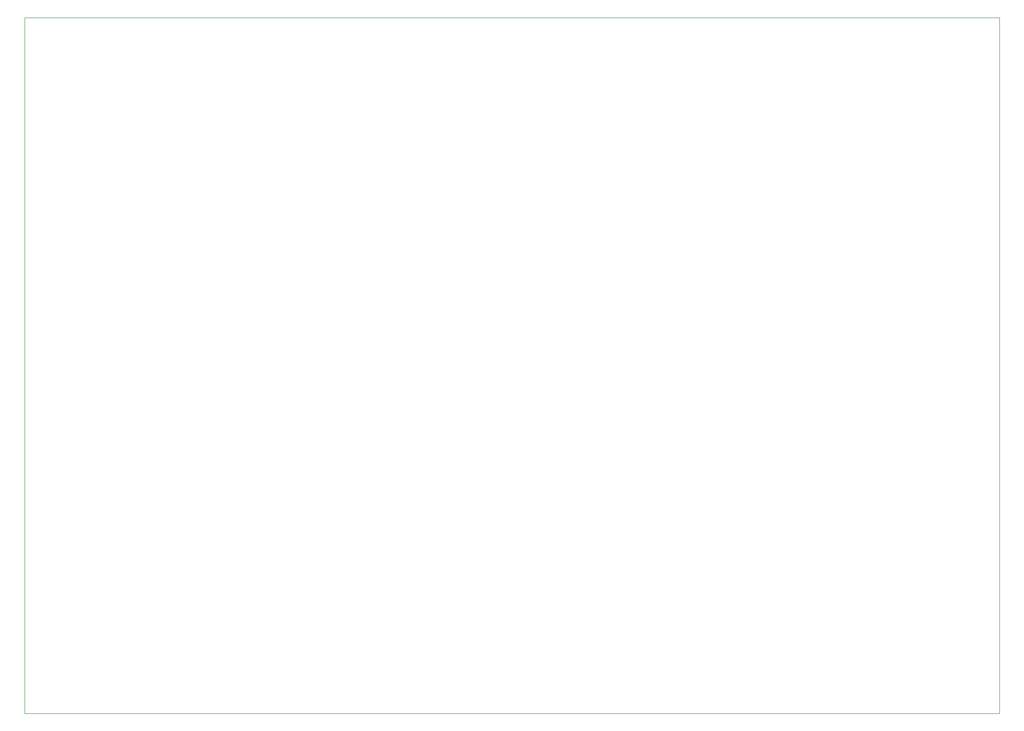
<source format=gbr>
G04 #@! TF.FileFunction,Profile,NP*
%FSLAX46Y46*%
G04 Gerber Fmt 4.6, Leading zero omitted, Abs format (unit mm)*
G04 Created by KiCad (PCBNEW 4.0.2-stable) date Pá 22. duben 2016, 03:40:40 CEST*
%MOMM*%
G01*
G04 APERTURE LIST*
%ADD10C,0.100000*%
G04 APERTURE END LIST*
D10*
X0Y0D02*
X177800000Y0D01*
X0Y-127000000D02*
X0Y0D01*
X177800000Y-127000000D02*
X0Y-127000000D01*
X177800000Y0D02*
X177800000Y-127000000D01*
M02*

</source>
